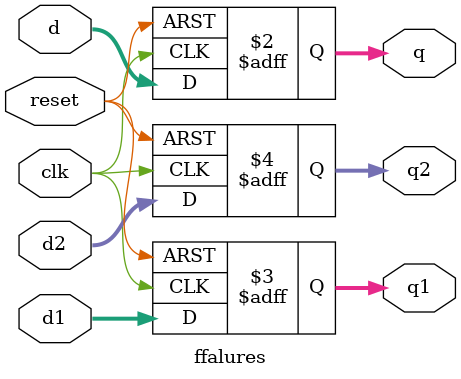
<source format=sv>
module ffalures #(parameter WIDTH = 8)
					(input logic clk, reset,
					input logic [WIDTH-1:0] d,
					input logic [WIDTH-1:0] d1,
					input logic [3:0] d2,
					output logic [WIDTH-1:0] q,
					output logic [WIDTH-1:0] q1,
					output logic [3:0] q2);
					
	always_ff @(posedge clk, posedge reset)
		if (reset) begin
			q <= 0;
			q1<= 0;
			q2<= 0;
		end
		else begin
			q <= d;
			q1 <= d1;
			q2 <= d2;
		end
endmodule
</source>
